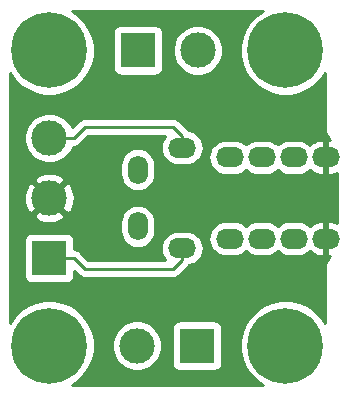
<source format=gtl>
G04 #@! TF.GenerationSoftware,KiCad,Pcbnew,(5.1.8)-1*
G04 #@! TF.CreationDate,2020-12-25T11:22:17+09:00*
G04 #@! TF.ProjectId,bf-023,62662d30-3233-42e6-9b69-6361645f7063,V02L01*
G04 #@! TF.SameCoordinates,Original*
G04 #@! TF.FileFunction,Copper,L1,Top*
G04 #@! TF.FilePolarity,Positive*
%FSLAX46Y46*%
G04 Gerber Fmt 4.6, Leading zero omitted, Abs format (unit mm)*
G04 Created by KiCad (PCBNEW (5.1.8)-1) date 2020-12-25 11:22:17*
%MOMM*%
%LPD*%
G01*
G04 APERTURE LIST*
G04 #@! TA.AperFunction,ComponentPad*
%ADD10C,3.000000*%
G04 #@! TD*
G04 #@! TA.AperFunction,ComponentPad*
%ADD11R,3.000000X3.000000*%
G04 #@! TD*
G04 #@! TA.AperFunction,ComponentPad*
%ADD12O,1.700000X2.400000*%
G04 #@! TD*
G04 #@! TA.AperFunction,ComponentPad*
%ADD13O,2.350000X1.700000*%
G04 #@! TD*
G04 #@! TA.AperFunction,ComponentPad*
%ADD14C,6.400000*%
G04 #@! TD*
G04 #@! TA.AperFunction,ViaPad*
%ADD15C,0.800000*%
G04 #@! TD*
G04 #@! TA.AperFunction,Conductor*
%ADD16C,0.250000*%
G04 #@! TD*
G04 #@! TA.AperFunction,Conductor*
%ADD17C,0.254000*%
G04 #@! TD*
G04 #@! TA.AperFunction,Conductor*
%ADD18C,0.100000*%
G04 #@! TD*
G04 APERTURE END LIST*
D10*
X139420000Y-124000000D03*
D11*
X144500000Y-124000000D03*
D12*
X139500000Y-109100000D03*
X139500000Y-113900000D03*
D13*
X143250000Y-107250000D03*
X143250000Y-115750000D03*
X150000000Y-108050000D03*
X150000000Y-114950000D03*
X147300000Y-114950000D03*
X147300000Y-108050000D03*
X152700000Y-108050000D03*
X152700000Y-114950000D03*
X155400000Y-114950000D03*
X155400000Y-108050000D03*
D10*
X144580000Y-99000000D03*
D11*
X139500000Y-99000000D03*
D10*
X132000000Y-106420000D03*
X132000000Y-111500000D03*
D11*
X132000000Y-116580000D03*
D14*
X132000000Y-99000000D03*
X152000000Y-99000000D03*
X132000000Y-124000000D03*
X152000000Y-124000000D03*
D15*
X137000000Y-96500000D03*
X147000000Y-96500000D03*
X137000000Y-103500000D03*
X130000000Y-103500000D03*
X154000000Y-103500000D03*
X137000000Y-111500000D03*
X143500000Y-111500000D03*
X154000000Y-119500000D03*
X149500000Y-119500000D03*
X137000000Y-119500000D03*
X130000000Y-119500000D03*
X137000000Y-126500000D03*
X147000000Y-126500000D03*
X142000000Y-126500000D03*
X142000000Y-96500000D03*
X143500000Y-119500000D03*
X143500000Y-104500000D03*
D16*
X143250000Y-116750000D02*
X142500000Y-117500000D01*
X143250000Y-115750000D02*
X143250000Y-116750000D01*
X132000000Y-116580000D02*
X134080000Y-116580000D01*
X134080000Y-116580000D02*
X135000000Y-117500000D01*
X142500000Y-117500000D02*
X135000000Y-117500000D01*
X143250000Y-106250000D02*
X142500000Y-105500000D01*
X143250000Y-107250000D02*
X143250000Y-106250000D01*
X134080000Y-106420000D02*
X135000000Y-105500000D01*
X132000000Y-106420000D02*
X134080000Y-106420000D01*
X142500000Y-105500000D02*
X135000000Y-105500000D01*
D17*
X149555330Y-96021161D02*
X149021161Y-96555330D01*
X148601467Y-97183446D01*
X148312377Y-97881372D01*
X148165000Y-98622285D01*
X148165000Y-99377715D01*
X148312377Y-100118628D01*
X148601467Y-100816554D01*
X149021161Y-101444670D01*
X149555330Y-101978839D01*
X150183446Y-102398533D01*
X150881372Y-102687623D01*
X151622285Y-102835000D01*
X152377715Y-102835000D01*
X153118628Y-102687623D01*
X153816554Y-102398533D01*
X154444670Y-101978839D01*
X154978839Y-101444670D01*
X155340000Y-100904154D01*
X155340001Y-105532419D01*
X155342783Y-105560664D01*
X155342740Y-105566801D01*
X155343640Y-105575972D01*
X155364041Y-105770069D01*
X155376068Y-105828658D01*
X155387277Y-105887423D01*
X155389941Y-105896245D01*
X155447653Y-106082683D01*
X155470838Y-106137838D01*
X155493242Y-106193291D01*
X155497568Y-106201427D01*
X155590393Y-106373104D01*
X155623846Y-106422699D01*
X155656600Y-106472753D01*
X155662424Y-106479894D01*
X155732830Y-106565000D01*
X155527000Y-106565000D01*
X155527000Y-107923000D01*
X155547000Y-107923000D01*
X155547000Y-108177000D01*
X155527000Y-108177000D01*
X155527000Y-109535000D01*
X155852000Y-109535000D01*
X156139269Y-109481690D01*
X156340000Y-109401553D01*
X156340001Y-113598447D01*
X156139269Y-113518310D01*
X155852000Y-113465000D01*
X155527000Y-113465000D01*
X155527000Y-114823000D01*
X155547000Y-114823000D01*
X155547000Y-115077000D01*
X155527000Y-115077000D01*
X155527000Y-116435000D01*
X155732663Y-116435000D01*
X155655616Y-116529469D01*
X155622534Y-116579262D01*
X155588716Y-116628651D01*
X155584333Y-116636757D01*
X155492708Y-116809079D01*
X155469909Y-116864394D01*
X155446348Y-116919366D01*
X155443623Y-116928169D01*
X155387214Y-117115005D01*
X155375594Y-117173693D01*
X155363158Y-117232196D01*
X155362195Y-117241361D01*
X155343150Y-117435595D01*
X155343150Y-117435608D01*
X155340001Y-117467581D01*
X155340000Y-122095846D01*
X154978839Y-121555330D01*
X154444670Y-121021161D01*
X153816554Y-120601467D01*
X153118628Y-120312377D01*
X152377715Y-120165000D01*
X151622285Y-120165000D01*
X150881372Y-120312377D01*
X150183446Y-120601467D01*
X149555330Y-121021161D01*
X149021161Y-121555330D01*
X148601467Y-122183446D01*
X148312377Y-122881372D01*
X148165000Y-123622285D01*
X148165000Y-124377715D01*
X148312377Y-125118628D01*
X148601467Y-125816554D01*
X149021161Y-126444670D01*
X149555330Y-126978839D01*
X150095845Y-127340000D01*
X133904155Y-127340000D01*
X134444670Y-126978839D01*
X134978839Y-126444670D01*
X135398533Y-125816554D01*
X135687623Y-125118628D01*
X135835000Y-124377715D01*
X135835000Y-123789721D01*
X137285000Y-123789721D01*
X137285000Y-124210279D01*
X137367047Y-124622756D01*
X137527988Y-125011302D01*
X137761637Y-125360983D01*
X138059017Y-125658363D01*
X138408698Y-125892012D01*
X138797244Y-126052953D01*
X139209721Y-126135000D01*
X139630279Y-126135000D01*
X140042756Y-126052953D01*
X140431302Y-125892012D01*
X140780983Y-125658363D01*
X141078363Y-125360983D01*
X141312012Y-125011302D01*
X141472953Y-124622756D01*
X141555000Y-124210279D01*
X141555000Y-123789721D01*
X141472953Y-123377244D01*
X141312012Y-122988698D01*
X141078363Y-122639017D01*
X140939346Y-122500000D01*
X142361928Y-122500000D01*
X142361928Y-125500000D01*
X142374188Y-125624482D01*
X142410498Y-125744180D01*
X142469463Y-125854494D01*
X142548815Y-125951185D01*
X142645506Y-126030537D01*
X142755820Y-126089502D01*
X142875518Y-126125812D01*
X143000000Y-126138072D01*
X146000000Y-126138072D01*
X146124482Y-126125812D01*
X146244180Y-126089502D01*
X146354494Y-126030537D01*
X146451185Y-125951185D01*
X146530537Y-125854494D01*
X146589502Y-125744180D01*
X146625812Y-125624482D01*
X146638072Y-125500000D01*
X146638072Y-122500000D01*
X146625812Y-122375518D01*
X146589502Y-122255820D01*
X146530537Y-122145506D01*
X146451185Y-122048815D01*
X146354494Y-121969463D01*
X146244180Y-121910498D01*
X146124482Y-121874188D01*
X146000000Y-121861928D01*
X143000000Y-121861928D01*
X142875518Y-121874188D01*
X142755820Y-121910498D01*
X142645506Y-121969463D01*
X142548815Y-122048815D01*
X142469463Y-122145506D01*
X142410498Y-122255820D01*
X142374188Y-122375518D01*
X142361928Y-122500000D01*
X140939346Y-122500000D01*
X140780983Y-122341637D01*
X140431302Y-122107988D01*
X140042756Y-121947047D01*
X139630279Y-121865000D01*
X139209721Y-121865000D01*
X138797244Y-121947047D01*
X138408698Y-122107988D01*
X138059017Y-122341637D01*
X137761637Y-122639017D01*
X137527988Y-122988698D01*
X137367047Y-123377244D01*
X137285000Y-123789721D01*
X135835000Y-123789721D01*
X135835000Y-123622285D01*
X135687623Y-122881372D01*
X135398533Y-122183446D01*
X134978839Y-121555330D01*
X134444670Y-121021161D01*
X133816554Y-120601467D01*
X133118628Y-120312377D01*
X132377715Y-120165000D01*
X131622285Y-120165000D01*
X130881372Y-120312377D01*
X130183446Y-120601467D01*
X129555330Y-121021161D01*
X129021161Y-121555330D01*
X128660000Y-122095845D01*
X128660000Y-115080000D01*
X129861928Y-115080000D01*
X129861928Y-118080000D01*
X129874188Y-118204482D01*
X129910498Y-118324180D01*
X129969463Y-118434494D01*
X130048815Y-118531185D01*
X130145506Y-118610537D01*
X130255820Y-118669502D01*
X130375518Y-118705812D01*
X130500000Y-118718072D01*
X133500000Y-118718072D01*
X133624482Y-118705812D01*
X133744180Y-118669502D01*
X133854494Y-118610537D01*
X133951185Y-118531185D01*
X134030537Y-118434494D01*
X134089502Y-118324180D01*
X134125812Y-118204482D01*
X134138072Y-118080000D01*
X134138072Y-117712874D01*
X134436205Y-118011008D01*
X134459999Y-118040001D01*
X134488992Y-118063795D01*
X134488996Y-118063799D01*
X134514701Y-118084894D01*
X134575724Y-118134974D01*
X134707753Y-118205546D01*
X134851014Y-118249003D01*
X134962667Y-118260000D01*
X134962676Y-118260000D01*
X134999999Y-118263676D01*
X135037322Y-118260000D01*
X142462678Y-118260000D01*
X142500000Y-118263676D01*
X142537322Y-118260000D01*
X142537333Y-118260000D01*
X142648986Y-118249003D01*
X142792247Y-118205546D01*
X142924276Y-118134974D01*
X143040001Y-118040001D01*
X143063803Y-118010998D01*
X143761002Y-117313799D01*
X143790001Y-117290001D01*
X143851600Y-117214942D01*
X143866111Y-117213513D01*
X144146034Y-117128599D01*
X144404014Y-116990706D01*
X144630134Y-116805134D01*
X144815706Y-116579014D01*
X144953599Y-116321034D01*
X145038513Y-116041111D01*
X145067185Y-115750000D01*
X145038513Y-115458889D01*
X144953599Y-115178966D01*
X144831215Y-114950000D01*
X145482815Y-114950000D01*
X145511487Y-115241111D01*
X145596401Y-115521034D01*
X145734294Y-115779014D01*
X145919866Y-116005134D01*
X146145986Y-116190706D01*
X146403966Y-116328599D01*
X146683889Y-116413513D01*
X146902050Y-116435000D01*
X147697950Y-116435000D01*
X147916111Y-116413513D01*
X148196034Y-116328599D01*
X148454014Y-116190706D01*
X148650000Y-116029864D01*
X148845986Y-116190706D01*
X149103966Y-116328599D01*
X149383889Y-116413513D01*
X149602050Y-116435000D01*
X150397950Y-116435000D01*
X150616111Y-116413513D01*
X150896034Y-116328599D01*
X151154014Y-116190706D01*
X151350000Y-116029864D01*
X151545986Y-116190706D01*
X151803966Y-116328599D01*
X152083889Y-116413513D01*
X152302050Y-116435000D01*
X153097950Y-116435000D01*
X153316111Y-116413513D01*
X153596034Y-116328599D01*
X153854014Y-116190706D01*
X154054274Y-116026357D01*
X154144381Y-116114176D01*
X154389382Y-116273361D01*
X154660731Y-116381690D01*
X154948000Y-116435000D01*
X155273000Y-116435000D01*
X155273000Y-115077000D01*
X155253000Y-115077000D01*
X155253000Y-114823000D01*
X155273000Y-114823000D01*
X155273000Y-113465000D01*
X154948000Y-113465000D01*
X154660731Y-113518310D01*
X154389382Y-113626639D01*
X154144381Y-113785824D01*
X154054274Y-113873643D01*
X153854014Y-113709294D01*
X153596034Y-113571401D01*
X153316111Y-113486487D01*
X153097950Y-113465000D01*
X152302050Y-113465000D01*
X152083889Y-113486487D01*
X151803966Y-113571401D01*
X151545986Y-113709294D01*
X151350000Y-113870136D01*
X151154014Y-113709294D01*
X150896034Y-113571401D01*
X150616111Y-113486487D01*
X150397950Y-113465000D01*
X149602050Y-113465000D01*
X149383889Y-113486487D01*
X149103966Y-113571401D01*
X148845986Y-113709294D01*
X148650000Y-113870136D01*
X148454014Y-113709294D01*
X148196034Y-113571401D01*
X147916111Y-113486487D01*
X147697950Y-113465000D01*
X146902050Y-113465000D01*
X146683889Y-113486487D01*
X146403966Y-113571401D01*
X146145986Y-113709294D01*
X145919866Y-113894866D01*
X145734294Y-114120986D01*
X145596401Y-114378966D01*
X145511487Y-114658889D01*
X145482815Y-114950000D01*
X144831215Y-114950000D01*
X144815706Y-114920986D01*
X144630134Y-114694866D01*
X144404014Y-114509294D01*
X144146034Y-114371401D01*
X143866111Y-114286487D01*
X143647950Y-114265000D01*
X142852050Y-114265000D01*
X142633889Y-114286487D01*
X142353966Y-114371401D01*
X142095986Y-114509294D01*
X141869866Y-114694866D01*
X141684294Y-114920986D01*
X141546401Y-115178966D01*
X141461487Y-115458889D01*
X141432815Y-115750000D01*
X141461487Y-116041111D01*
X141546401Y-116321034D01*
X141684294Y-116579014D01*
X141816412Y-116740000D01*
X135314802Y-116740000D01*
X134643803Y-116069002D01*
X134620001Y-116039999D01*
X134504276Y-115945026D01*
X134372247Y-115874454D01*
X134228986Y-115830997D01*
X134138072Y-115822043D01*
X134138072Y-115080000D01*
X134125812Y-114955518D01*
X134089502Y-114835820D01*
X134030537Y-114725506D01*
X133951185Y-114628815D01*
X133854494Y-114549463D01*
X133744180Y-114490498D01*
X133624482Y-114454188D01*
X133500000Y-114441928D01*
X130500000Y-114441928D01*
X130375518Y-114454188D01*
X130255820Y-114490498D01*
X130145506Y-114549463D01*
X130048815Y-114628815D01*
X129969463Y-114725506D01*
X129910498Y-114835820D01*
X129874188Y-114955518D01*
X129861928Y-115080000D01*
X128660000Y-115080000D01*
X128660000Y-112991653D01*
X130687952Y-112991653D01*
X130843962Y-113307214D01*
X131218745Y-113498020D01*
X131623551Y-113612044D01*
X132042824Y-113644902D01*
X132460451Y-113595334D01*
X132824082Y-113477051D01*
X138015000Y-113477051D01*
X138015000Y-114322950D01*
X138036487Y-114541111D01*
X138121401Y-114821034D01*
X138259294Y-115079014D01*
X138444866Y-115305134D01*
X138670987Y-115490706D01*
X138928967Y-115628599D01*
X139208890Y-115713513D01*
X139500000Y-115742185D01*
X139791111Y-115713513D01*
X140071034Y-115628599D01*
X140329014Y-115490706D01*
X140555134Y-115305134D01*
X140740706Y-115079014D01*
X140878599Y-114821034D01*
X140963513Y-114541110D01*
X140985000Y-114322949D01*
X140985000Y-113477050D01*
X140963513Y-113258889D01*
X140878599Y-112978966D01*
X140740706Y-112720986D01*
X140555134Y-112494866D01*
X140329013Y-112309294D01*
X140071033Y-112171401D01*
X139791110Y-112086487D01*
X139500000Y-112057815D01*
X139208889Y-112086487D01*
X138928966Y-112171401D01*
X138670986Y-112309294D01*
X138444866Y-112494866D01*
X138259294Y-112720987D01*
X138121401Y-112978967D01*
X138036487Y-113258890D01*
X138015000Y-113477051D01*
X132824082Y-113477051D01*
X132860383Y-113465243D01*
X133156038Y-113307214D01*
X133312048Y-112991653D01*
X132000000Y-111679605D01*
X130687952Y-112991653D01*
X128660000Y-112991653D01*
X128660000Y-111542824D01*
X129855098Y-111542824D01*
X129904666Y-111960451D01*
X130034757Y-112360383D01*
X130192786Y-112656038D01*
X130508347Y-112812048D01*
X131820395Y-111500000D01*
X132179605Y-111500000D01*
X133491653Y-112812048D01*
X133807214Y-112656038D01*
X133998020Y-112281255D01*
X134112044Y-111876449D01*
X134144902Y-111457176D01*
X134095334Y-111039549D01*
X133965243Y-110639617D01*
X133807214Y-110343962D01*
X133491653Y-110187952D01*
X132179605Y-111500000D01*
X131820395Y-111500000D01*
X130508347Y-110187952D01*
X130192786Y-110343962D01*
X130001980Y-110718745D01*
X129887956Y-111123551D01*
X129855098Y-111542824D01*
X128660000Y-111542824D01*
X128660000Y-110008347D01*
X130687952Y-110008347D01*
X132000000Y-111320395D01*
X133312048Y-110008347D01*
X133156038Y-109692786D01*
X132781255Y-109501980D01*
X132376449Y-109387956D01*
X131957176Y-109355098D01*
X131539549Y-109404666D01*
X131139617Y-109534757D01*
X130843962Y-109692786D01*
X130687952Y-110008347D01*
X128660000Y-110008347D01*
X128660000Y-108677051D01*
X138015000Y-108677051D01*
X138015000Y-109522950D01*
X138036487Y-109741111D01*
X138121401Y-110021034D01*
X138259294Y-110279014D01*
X138444866Y-110505134D01*
X138670987Y-110690706D01*
X138928967Y-110828599D01*
X139208890Y-110913513D01*
X139500000Y-110942185D01*
X139791111Y-110913513D01*
X140071034Y-110828599D01*
X140329014Y-110690706D01*
X140555134Y-110505134D01*
X140740706Y-110279014D01*
X140878599Y-110021034D01*
X140963513Y-109741110D01*
X140985000Y-109522949D01*
X140985000Y-108677050D01*
X140963513Y-108458889D01*
X140878599Y-108178966D01*
X140740706Y-107920986D01*
X140555134Y-107694866D01*
X140329013Y-107509294D01*
X140071033Y-107371401D01*
X139791110Y-107286487D01*
X139500000Y-107257815D01*
X139208889Y-107286487D01*
X138928966Y-107371401D01*
X138670986Y-107509294D01*
X138444866Y-107694866D01*
X138259294Y-107920987D01*
X138121401Y-108178967D01*
X138036487Y-108458890D01*
X138015000Y-108677051D01*
X128660000Y-108677051D01*
X128660000Y-106209721D01*
X129865000Y-106209721D01*
X129865000Y-106630279D01*
X129947047Y-107042756D01*
X130107988Y-107431302D01*
X130341637Y-107780983D01*
X130639017Y-108078363D01*
X130988698Y-108312012D01*
X131377244Y-108472953D01*
X131789721Y-108555000D01*
X132210279Y-108555000D01*
X132622756Y-108472953D01*
X133011302Y-108312012D01*
X133360983Y-108078363D01*
X133658363Y-107780983D01*
X133892012Y-107431302D01*
X133996105Y-107180000D01*
X134042678Y-107180000D01*
X134080000Y-107183676D01*
X134117322Y-107180000D01*
X134117333Y-107180000D01*
X134228986Y-107169003D01*
X134372247Y-107125546D01*
X134504276Y-107054974D01*
X134620001Y-106960001D01*
X134643803Y-106930998D01*
X135314802Y-106260000D01*
X141816412Y-106260000D01*
X141684294Y-106420986D01*
X141546401Y-106678966D01*
X141461487Y-106958889D01*
X141432815Y-107250000D01*
X141461487Y-107541111D01*
X141546401Y-107821034D01*
X141684294Y-108079014D01*
X141869866Y-108305134D01*
X142095986Y-108490706D01*
X142353966Y-108628599D01*
X142633889Y-108713513D01*
X142852050Y-108735000D01*
X143647950Y-108735000D01*
X143866111Y-108713513D01*
X144146034Y-108628599D01*
X144404014Y-108490706D01*
X144630134Y-108305134D01*
X144815706Y-108079014D01*
X144831214Y-108050000D01*
X145482815Y-108050000D01*
X145511487Y-108341111D01*
X145596401Y-108621034D01*
X145734294Y-108879014D01*
X145919866Y-109105134D01*
X146145986Y-109290706D01*
X146403966Y-109428599D01*
X146683889Y-109513513D01*
X146902050Y-109535000D01*
X147697950Y-109535000D01*
X147916111Y-109513513D01*
X148196034Y-109428599D01*
X148454014Y-109290706D01*
X148650000Y-109129864D01*
X148845986Y-109290706D01*
X149103966Y-109428599D01*
X149383889Y-109513513D01*
X149602050Y-109535000D01*
X150397950Y-109535000D01*
X150616111Y-109513513D01*
X150896034Y-109428599D01*
X151154014Y-109290706D01*
X151350000Y-109129864D01*
X151545986Y-109290706D01*
X151803966Y-109428599D01*
X152083889Y-109513513D01*
X152302050Y-109535000D01*
X153097950Y-109535000D01*
X153316111Y-109513513D01*
X153596034Y-109428599D01*
X153854014Y-109290706D01*
X154054274Y-109126357D01*
X154144381Y-109214176D01*
X154389382Y-109373361D01*
X154660731Y-109481690D01*
X154948000Y-109535000D01*
X155273000Y-109535000D01*
X155273000Y-108177000D01*
X155253000Y-108177000D01*
X155253000Y-107923000D01*
X155273000Y-107923000D01*
X155273000Y-106565000D01*
X154948000Y-106565000D01*
X154660731Y-106618310D01*
X154389382Y-106726639D01*
X154144381Y-106885824D01*
X154054274Y-106973643D01*
X153854014Y-106809294D01*
X153596034Y-106671401D01*
X153316111Y-106586487D01*
X153097950Y-106565000D01*
X152302050Y-106565000D01*
X152083889Y-106586487D01*
X151803966Y-106671401D01*
X151545986Y-106809294D01*
X151350000Y-106970136D01*
X151154014Y-106809294D01*
X150896034Y-106671401D01*
X150616111Y-106586487D01*
X150397950Y-106565000D01*
X149602050Y-106565000D01*
X149383889Y-106586487D01*
X149103966Y-106671401D01*
X148845986Y-106809294D01*
X148650000Y-106970136D01*
X148454014Y-106809294D01*
X148196034Y-106671401D01*
X147916111Y-106586487D01*
X147697950Y-106565000D01*
X146902050Y-106565000D01*
X146683889Y-106586487D01*
X146403966Y-106671401D01*
X146145986Y-106809294D01*
X145919866Y-106994866D01*
X145734294Y-107220986D01*
X145596401Y-107478966D01*
X145511487Y-107758889D01*
X145482815Y-108050000D01*
X144831214Y-108050000D01*
X144953599Y-107821034D01*
X145038513Y-107541111D01*
X145067185Y-107250000D01*
X145038513Y-106958889D01*
X144953599Y-106678966D01*
X144815706Y-106420986D01*
X144630134Y-106194866D01*
X144404014Y-106009294D01*
X144146034Y-105871401D01*
X143866111Y-105786487D01*
X143851600Y-105785058D01*
X143790001Y-105709999D01*
X143761002Y-105686201D01*
X143063803Y-104989002D01*
X143040001Y-104959999D01*
X142924276Y-104865026D01*
X142792247Y-104794454D01*
X142648986Y-104750997D01*
X142537333Y-104740000D01*
X142537322Y-104740000D01*
X142500000Y-104736324D01*
X142462678Y-104740000D01*
X135037322Y-104740000D01*
X134999999Y-104736324D01*
X134962676Y-104740000D01*
X134962667Y-104740000D01*
X134851014Y-104750997D01*
X134707753Y-104794454D01*
X134575724Y-104865026D01*
X134575722Y-104865027D01*
X134575723Y-104865027D01*
X134488996Y-104936201D01*
X134488992Y-104936205D01*
X134459999Y-104959999D01*
X134436205Y-104988992D01*
X133928474Y-105496724D01*
X133892012Y-105408698D01*
X133658363Y-105059017D01*
X133360983Y-104761637D01*
X133011302Y-104527988D01*
X132622756Y-104367047D01*
X132210279Y-104285000D01*
X131789721Y-104285000D01*
X131377244Y-104367047D01*
X130988698Y-104527988D01*
X130639017Y-104761637D01*
X130341637Y-105059017D01*
X130107988Y-105408698D01*
X129947047Y-105797244D01*
X129865000Y-106209721D01*
X128660000Y-106209721D01*
X128660000Y-100904155D01*
X129021161Y-101444670D01*
X129555330Y-101978839D01*
X130183446Y-102398533D01*
X130881372Y-102687623D01*
X131622285Y-102835000D01*
X132377715Y-102835000D01*
X133118628Y-102687623D01*
X133816554Y-102398533D01*
X134444670Y-101978839D01*
X134978839Y-101444670D01*
X135398533Y-100816554D01*
X135687623Y-100118628D01*
X135835000Y-99377715D01*
X135835000Y-98622285D01*
X135687623Y-97881372D01*
X135529654Y-97500000D01*
X137361928Y-97500000D01*
X137361928Y-100500000D01*
X137374188Y-100624482D01*
X137410498Y-100744180D01*
X137469463Y-100854494D01*
X137548815Y-100951185D01*
X137645506Y-101030537D01*
X137755820Y-101089502D01*
X137875518Y-101125812D01*
X138000000Y-101138072D01*
X141000000Y-101138072D01*
X141124482Y-101125812D01*
X141244180Y-101089502D01*
X141354494Y-101030537D01*
X141451185Y-100951185D01*
X141530537Y-100854494D01*
X141589502Y-100744180D01*
X141625812Y-100624482D01*
X141638072Y-100500000D01*
X141638072Y-98789721D01*
X142445000Y-98789721D01*
X142445000Y-99210279D01*
X142527047Y-99622756D01*
X142687988Y-100011302D01*
X142921637Y-100360983D01*
X143219017Y-100658363D01*
X143568698Y-100892012D01*
X143957244Y-101052953D01*
X144369721Y-101135000D01*
X144790279Y-101135000D01*
X145202756Y-101052953D01*
X145591302Y-100892012D01*
X145940983Y-100658363D01*
X146238363Y-100360983D01*
X146472012Y-100011302D01*
X146632953Y-99622756D01*
X146715000Y-99210279D01*
X146715000Y-98789721D01*
X146632953Y-98377244D01*
X146472012Y-97988698D01*
X146238363Y-97639017D01*
X145940983Y-97341637D01*
X145591302Y-97107988D01*
X145202756Y-96947047D01*
X144790279Y-96865000D01*
X144369721Y-96865000D01*
X143957244Y-96947047D01*
X143568698Y-97107988D01*
X143219017Y-97341637D01*
X142921637Y-97639017D01*
X142687988Y-97988698D01*
X142527047Y-98377244D01*
X142445000Y-98789721D01*
X141638072Y-98789721D01*
X141638072Y-97500000D01*
X141625812Y-97375518D01*
X141589502Y-97255820D01*
X141530537Y-97145506D01*
X141451185Y-97048815D01*
X141354494Y-96969463D01*
X141244180Y-96910498D01*
X141124482Y-96874188D01*
X141000000Y-96861928D01*
X138000000Y-96861928D01*
X137875518Y-96874188D01*
X137755820Y-96910498D01*
X137645506Y-96969463D01*
X137548815Y-97048815D01*
X137469463Y-97145506D01*
X137410498Y-97255820D01*
X137374188Y-97375518D01*
X137361928Y-97500000D01*
X135529654Y-97500000D01*
X135398533Y-97183446D01*
X134978839Y-96555330D01*
X134444670Y-96021161D01*
X133904155Y-95660000D01*
X150095845Y-95660000D01*
X149555330Y-96021161D01*
G04 #@! TA.AperFunction,Conductor*
D18*
G36*
X149555330Y-96021161D02*
G01*
X149021161Y-96555330D01*
X148601467Y-97183446D01*
X148312377Y-97881372D01*
X148165000Y-98622285D01*
X148165000Y-99377715D01*
X148312377Y-100118628D01*
X148601467Y-100816554D01*
X149021161Y-101444670D01*
X149555330Y-101978839D01*
X150183446Y-102398533D01*
X150881372Y-102687623D01*
X151622285Y-102835000D01*
X152377715Y-102835000D01*
X153118628Y-102687623D01*
X153816554Y-102398533D01*
X154444670Y-101978839D01*
X154978839Y-101444670D01*
X155340000Y-100904154D01*
X155340001Y-105532419D01*
X155342783Y-105560664D01*
X155342740Y-105566801D01*
X155343640Y-105575972D01*
X155364041Y-105770069D01*
X155376068Y-105828658D01*
X155387277Y-105887423D01*
X155389941Y-105896245D01*
X155447653Y-106082683D01*
X155470838Y-106137838D01*
X155493242Y-106193291D01*
X155497568Y-106201427D01*
X155590393Y-106373104D01*
X155623846Y-106422699D01*
X155656600Y-106472753D01*
X155662424Y-106479894D01*
X155732830Y-106565000D01*
X155527000Y-106565000D01*
X155527000Y-107923000D01*
X155547000Y-107923000D01*
X155547000Y-108177000D01*
X155527000Y-108177000D01*
X155527000Y-109535000D01*
X155852000Y-109535000D01*
X156139269Y-109481690D01*
X156340000Y-109401553D01*
X156340001Y-113598447D01*
X156139269Y-113518310D01*
X155852000Y-113465000D01*
X155527000Y-113465000D01*
X155527000Y-114823000D01*
X155547000Y-114823000D01*
X155547000Y-115077000D01*
X155527000Y-115077000D01*
X155527000Y-116435000D01*
X155732663Y-116435000D01*
X155655616Y-116529469D01*
X155622534Y-116579262D01*
X155588716Y-116628651D01*
X155584333Y-116636757D01*
X155492708Y-116809079D01*
X155469909Y-116864394D01*
X155446348Y-116919366D01*
X155443623Y-116928169D01*
X155387214Y-117115005D01*
X155375594Y-117173693D01*
X155363158Y-117232196D01*
X155362195Y-117241361D01*
X155343150Y-117435595D01*
X155343150Y-117435608D01*
X155340001Y-117467581D01*
X155340000Y-122095846D01*
X154978839Y-121555330D01*
X154444670Y-121021161D01*
X153816554Y-120601467D01*
X153118628Y-120312377D01*
X152377715Y-120165000D01*
X151622285Y-120165000D01*
X150881372Y-120312377D01*
X150183446Y-120601467D01*
X149555330Y-121021161D01*
X149021161Y-121555330D01*
X148601467Y-122183446D01*
X148312377Y-122881372D01*
X148165000Y-123622285D01*
X148165000Y-124377715D01*
X148312377Y-125118628D01*
X148601467Y-125816554D01*
X149021161Y-126444670D01*
X149555330Y-126978839D01*
X150095845Y-127340000D01*
X133904155Y-127340000D01*
X134444670Y-126978839D01*
X134978839Y-126444670D01*
X135398533Y-125816554D01*
X135687623Y-125118628D01*
X135835000Y-124377715D01*
X135835000Y-123789721D01*
X137285000Y-123789721D01*
X137285000Y-124210279D01*
X137367047Y-124622756D01*
X137527988Y-125011302D01*
X137761637Y-125360983D01*
X138059017Y-125658363D01*
X138408698Y-125892012D01*
X138797244Y-126052953D01*
X139209721Y-126135000D01*
X139630279Y-126135000D01*
X140042756Y-126052953D01*
X140431302Y-125892012D01*
X140780983Y-125658363D01*
X141078363Y-125360983D01*
X141312012Y-125011302D01*
X141472953Y-124622756D01*
X141555000Y-124210279D01*
X141555000Y-123789721D01*
X141472953Y-123377244D01*
X141312012Y-122988698D01*
X141078363Y-122639017D01*
X140939346Y-122500000D01*
X142361928Y-122500000D01*
X142361928Y-125500000D01*
X142374188Y-125624482D01*
X142410498Y-125744180D01*
X142469463Y-125854494D01*
X142548815Y-125951185D01*
X142645506Y-126030537D01*
X142755820Y-126089502D01*
X142875518Y-126125812D01*
X143000000Y-126138072D01*
X146000000Y-126138072D01*
X146124482Y-126125812D01*
X146244180Y-126089502D01*
X146354494Y-126030537D01*
X146451185Y-125951185D01*
X146530537Y-125854494D01*
X146589502Y-125744180D01*
X146625812Y-125624482D01*
X146638072Y-125500000D01*
X146638072Y-122500000D01*
X146625812Y-122375518D01*
X146589502Y-122255820D01*
X146530537Y-122145506D01*
X146451185Y-122048815D01*
X146354494Y-121969463D01*
X146244180Y-121910498D01*
X146124482Y-121874188D01*
X146000000Y-121861928D01*
X143000000Y-121861928D01*
X142875518Y-121874188D01*
X142755820Y-121910498D01*
X142645506Y-121969463D01*
X142548815Y-122048815D01*
X142469463Y-122145506D01*
X142410498Y-122255820D01*
X142374188Y-122375518D01*
X142361928Y-122500000D01*
X140939346Y-122500000D01*
X140780983Y-122341637D01*
X140431302Y-122107988D01*
X140042756Y-121947047D01*
X139630279Y-121865000D01*
X139209721Y-121865000D01*
X138797244Y-121947047D01*
X138408698Y-122107988D01*
X138059017Y-122341637D01*
X137761637Y-122639017D01*
X137527988Y-122988698D01*
X137367047Y-123377244D01*
X137285000Y-123789721D01*
X135835000Y-123789721D01*
X135835000Y-123622285D01*
X135687623Y-122881372D01*
X135398533Y-122183446D01*
X134978839Y-121555330D01*
X134444670Y-121021161D01*
X133816554Y-120601467D01*
X133118628Y-120312377D01*
X132377715Y-120165000D01*
X131622285Y-120165000D01*
X130881372Y-120312377D01*
X130183446Y-120601467D01*
X129555330Y-121021161D01*
X129021161Y-121555330D01*
X128660000Y-122095845D01*
X128660000Y-115080000D01*
X129861928Y-115080000D01*
X129861928Y-118080000D01*
X129874188Y-118204482D01*
X129910498Y-118324180D01*
X129969463Y-118434494D01*
X130048815Y-118531185D01*
X130145506Y-118610537D01*
X130255820Y-118669502D01*
X130375518Y-118705812D01*
X130500000Y-118718072D01*
X133500000Y-118718072D01*
X133624482Y-118705812D01*
X133744180Y-118669502D01*
X133854494Y-118610537D01*
X133951185Y-118531185D01*
X134030537Y-118434494D01*
X134089502Y-118324180D01*
X134125812Y-118204482D01*
X134138072Y-118080000D01*
X134138072Y-117712874D01*
X134436205Y-118011008D01*
X134459999Y-118040001D01*
X134488992Y-118063795D01*
X134488996Y-118063799D01*
X134514701Y-118084894D01*
X134575724Y-118134974D01*
X134707753Y-118205546D01*
X134851014Y-118249003D01*
X134962667Y-118260000D01*
X134962676Y-118260000D01*
X134999999Y-118263676D01*
X135037322Y-118260000D01*
X142462678Y-118260000D01*
X142500000Y-118263676D01*
X142537322Y-118260000D01*
X142537333Y-118260000D01*
X142648986Y-118249003D01*
X142792247Y-118205546D01*
X142924276Y-118134974D01*
X143040001Y-118040001D01*
X143063803Y-118010998D01*
X143761002Y-117313799D01*
X143790001Y-117290001D01*
X143851600Y-117214942D01*
X143866111Y-117213513D01*
X144146034Y-117128599D01*
X144404014Y-116990706D01*
X144630134Y-116805134D01*
X144815706Y-116579014D01*
X144953599Y-116321034D01*
X145038513Y-116041111D01*
X145067185Y-115750000D01*
X145038513Y-115458889D01*
X144953599Y-115178966D01*
X144831215Y-114950000D01*
X145482815Y-114950000D01*
X145511487Y-115241111D01*
X145596401Y-115521034D01*
X145734294Y-115779014D01*
X145919866Y-116005134D01*
X146145986Y-116190706D01*
X146403966Y-116328599D01*
X146683889Y-116413513D01*
X146902050Y-116435000D01*
X147697950Y-116435000D01*
X147916111Y-116413513D01*
X148196034Y-116328599D01*
X148454014Y-116190706D01*
X148650000Y-116029864D01*
X148845986Y-116190706D01*
X149103966Y-116328599D01*
X149383889Y-116413513D01*
X149602050Y-116435000D01*
X150397950Y-116435000D01*
X150616111Y-116413513D01*
X150896034Y-116328599D01*
X151154014Y-116190706D01*
X151350000Y-116029864D01*
X151545986Y-116190706D01*
X151803966Y-116328599D01*
X152083889Y-116413513D01*
X152302050Y-116435000D01*
X153097950Y-116435000D01*
X153316111Y-116413513D01*
X153596034Y-116328599D01*
X153854014Y-116190706D01*
X154054274Y-116026357D01*
X154144381Y-116114176D01*
X154389382Y-116273361D01*
X154660731Y-116381690D01*
X154948000Y-116435000D01*
X155273000Y-116435000D01*
X155273000Y-115077000D01*
X155253000Y-115077000D01*
X155253000Y-114823000D01*
X155273000Y-114823000D01*
X155273000Y-113465000D01*
X154948000Y-113465000D01*
X154660731Y-113518310D01*
X154389382Y-113626639D01*
X154144381Y-113785824D01*
X154054274Y-113873643D01*
X153854014Y-113709294D01*
X153596034Y-113571401D01*
X153316111Y-113486487D01*
X153097950Y-113465000D01*
X152302050Y-113465000D01*
X152083889Y-113486487D01*
X151803966Y-113571401D01*
X151545986Y-113709294D01*
X151350000Y-113870136D01*
X151154014Y-113709294D01*
X150896034Y-113571401D01*
X150616111Y-113486487D01*
X150397950Y-113465000D01*
X149602050Y-113465000D01*
X149383889Y-113486487D01*
X149103966Y-113571401D01*
X148845986Y-113709294D01*
X148650000Y-113870136D01*
X148454014Y-113709294D01*
X148196034Y-113571401D01*
X147916111Y-113486487D01*
X147697950Y-113465000D01*
X146902050Y-113465000D01*
X146683889Y-113486487D01*
X146403966Y-113571401D01*
X146145986Y-113709294D01*
X145919866Y-113894866D01*
X145734294Y-114120986D01*
X145596401Y-114378966D01*
X145511487Y-114658889D01*
X145482815Y-114950000D01*
X144831215Y-114950000D01*
X144815706Y-114920986D01*
X144630134Y-114694866D01*
X144404014Y-114509294D01*
X144146034Y-114371401D01*
X143866111Y-114286487D01*
X143647950Y-114265000D01*
X142852050Y-114265000D01*
X142633889Y-114286487D01*
X142353966Y-114371401D01*
X142095986Y-114509294D01*
X141869866Y-114694866D01*
X141684294Y-114920986D01*
X141546401Y-115178966D01*
X141461487Y-115458889D01*
X141432815Y-115750000D01*
X141461487Y-116041111D01*
X141546401Y-116321034D01*
X141684294Y-116579014D01*
X141816412Y-116740000D01*
X135314802Y-116740000D01*
X134643803Y-116069002D01*
X134620001Y-116039999D01*
X134504276Y-115945026D01*
X134372247Y-115874454D01*
X134228986Y-115830997D01*
X134138072Y-115822043D01*
X134138072Y-115080000D01*
X134125812Y-114955518D01*
X134089502Y-114835820D01*
X134030537Y-114725506D01*
X133951185Y-114628815D01*
X133854494Y-114549463D01*
X133744180Y-114490498D01*
X133624482Y-114454188D01*
X133500000Y-114441928D01*
X130500000Y-114441928D01*
X130375518Y-114454188D01*
X130255820Y-114490498D01*
X130145506Y-114549463D01*
X130048815Y-114628815D01*
X129969463Y-114725506D01*
X129910498Y-114835820D01*
X129874188Y-114955518D01*
X129861928Y-115080000D01*
X128660000Y-115080000D01*
X128660000Y-112991653D01*
X130687952Y-112991653D01*
X130843962Y-113307214D01*
X131218745Y-113498020D01*
X131623551Y-113612044D01*
X132042824Y-113644902D01*
X132460451Y-113595334D01*
X132824082Y-113477051D01*
X138015000Y-113477051D01*
X138015000Y-114322950D01*
X138036487Y-114541111D01*
X138121401Y-114821034D01*
X138259294Y-115079014D01*
X138444866Y-115305134D01*
X138670987Y-115490706D01*
X138928967Y-115628599D01*
X139208890Y-115713513D01*
X139500000Y-115742185D01*
X139791111Y-115713513D01*
X140071034Y-115628599D01*
X140329014Y-115490706D01*
X140555134Y-115305134D01*
X140740706Y-115079014D01*
X140878599Y-114821034D01*
X140963513Y-114541110D01*
X140985000Y-114322949D01*
X140985000Y-113477050D01*
X140963513Y-113258889D01*
X140878599Y-112978966D01*
X140740706Y-112720986D01*
X140555134Y-112494866D01*
X140329013Y-112309294D01*
X140071033Y-112171401D01*
X139791110Y-112086487D01*
X139500000Y-112057815D01*
X139208889Y-112086487D01*
X138928966Y-112171401D01*
X138670986Y-112309294D01*
X138444866Y-112494866D01*
X138259294Y-112720987D01*
X138121401Y-112978967D01*
X138036487Y-113258890D01*
X138015000Y-113477051D01*
X132824082Y-113477051D01*
X132860383Y-113465243D01*
X133156038Y-113307214D01*
X133312048Y-112991653D01*
X132000000Y-111679605D01*
X130687952Y-112991653D01*
X128660000Y-112991653D01*
X128660000Y-111542824D01*
X129855098Y-111542824D01*
X129904666Y-111960451D01*
X130034757Y-112360383D01*
X130192786Y-112656038D01*
X130508347Y-112812048D01*
X131820395Y-111500000D01*
X132179605Y-111500000D01*
X133491653Y-112812048D01*
X133807214Y-112656038D01*
X133998020Y-112281255D01*
X134112044Y-111876449D01*
X134144902Y-111457176D01*
X134095334Y-111039549D01*
X133965243Y-110639617D01*
X133807214Y-110343962D01*
X133491653Y-110187952D01*
X132179605Y-111500000D01*
X131820395Y-111500000D01*
X130508347Y-110187952D01*
X130192786Y-110343962D01*
X130001980Y-110718745D01*
X129887956Y-111123551D01*
X129855098Y-111542824D01*
X128660000Y-111542824D01*
X128660000Y-110008347D01*
X130687952Y-110008347D01*
X132000000Y-111320395D01*
X133312048Y-110008347D01*
X133156038Y-109692786D01*
X132781255Y-109501980D01*
X132376449Y-109387956D01*
X131957176Y-109355098D01*
X131539549Y-109404666D01*
X131139617Y-109534757D01*
X130843962Y-109692786D01*
X130687952Y-110008347D01*
X128660000Y-110008347D01*
X128660000Y-108677051D01*
X138015000Y-108677051D01*
X138015000Y-109522950D01*
X138036487Y-109741111D01*
X138121401Y-110021034D01*
X138259294Y-110279014D01*
X138444866Y-110505134D01*
X138670987Y-110690706D01*
X138928967Y-110828599D01*
X139208890Y-110913513D01*
X139500000Y-110942185D01*
X139791111Y-110913513D01*
X140071034Y-110828599D01*
X140329014Y-110690706D01*
X140555134Y-110505134D01*
X140740706Y-110279014D01*
X140878599Y-110021034D01*
X140963513Y-109741110D01*
X140985000Y-109522949D01*
X140985000Y-108677050D01*
X140963513Y-108458889D01*
X140878599Y-108178966D01*
X140740706Y-107920986D01*
X140555134Y-107694866D01*
X140329013Y-107509294D01*
X140071033Y-107371401D01*
X139791110Y-107286487D01*
X139500000Y-107257815D01*
X139208889Y-107286487D01*
X138928966Y-107371401D01*
X138670986Y-107509294D01*
X138444866Y-107694866D01*
X138259294Y-107920987D01*
X138121401Y-108178967D01*
X138036487Y-108458890D01*
X138015000Y-108677051D01*
X128660000Y-108677051D01*
X128660000Y-106209721D01*
X129865000Y-106209721D01*
X129865000Y-106630279D01*
X129947047Y-107042756D01*
X130107988Y-107431302D01*
X130341637Y-107780983D01*
X130639017Y-108078363D01*
X130988698Y-108312012D01*
X131377244Y-108472953D01*
X131789721Y-108555000D01*
X132210279Y-108555000D01*
X132622756Y-108472953D01*
X133011302Y-108312012D01*
X133360983Y-108078363D01*
X133658363Y-107780983D01*
X133892012Y-107431302D01*
X133996105Y-107180000D01*
X134042678Y-107180000D01*
X134080000Y-107183676D01*
X134117322Y-107180000D01*
X134117333Y-107180000D01*
X134228986Y-107169003D01*
X134372247Y-107125546D01*
X134504276Y-107054974D01*
X134620001Y-106960001D01*
X134643803Y-106930998D01*
X135314802Y-106260000D01*
X141816412Y-106260000D01*
X141684294Y-106420986D01*
X141546401Y-106678966D01*
X141461487Y-106958889D01*
X141432815Y-107250000D01*
X141461487Y-107541111D01*
X141546401Y-107821034D01*
X141684294Y-108079014D01*
X141869866Y-108305134D01*
X142095986Y-108490706D01*
X142353966Y-108628599D01*
X142633889Y-108713513D01*
X142852050Y-108735000D01*
X143647950Y-108735000D01*
X143866111Y-108713513D01*
X144146034Y-108628599D01*
X144404014Y-108490706D01*
X144630134Y-108305134D01*
X144815706Y-108079014D01*
X144831214Y-108050000D01*
X145482815Y-108050000D01*
X145511487Y-108341111D01*
X145596401Y-108621034D01*
X145734294Y-108879014D01*
X145919866Y-109105134D01*
X146145986Y-109290706D01*
X146403966Y-109428599D01*
X146683889Y-109513513D01*
X146902050Y-109535000D01*
X147697950Y-109535000D01*
X147916111Y-109513513D01*
X148196034Y-109428599D01*
X148454014Y-109290706D01*
X148650000Y-109129864D01*
X148845986Y-109290706D01*
X149103966Y-109428599D01*
X149383889Y-109513513D01*
X149602050Y-109535000D01*
X150397950Y-109535000D01*
X150616111Y-109513513D01*
X150896034Y-109428599D01*
X151154014Y-109290706D01*
X151350000Y-109129864D01*
X151545986Y-109290706D01*
X151803966Y-109428599D01*
X152083889Y-109513513D01*
X152302050Y-109535000D01*
X153097950Y-109535000D01*
X153316111Y-109513513D01*
X153596034Y-109428599D01*
X153854014Y-109290706D01*
X154054274Y-109126357D01*
X154144381Y-109214176D01*
X154389382Y-109373361D01*
X154660731Y-109481690D01*
X154948000Y-109535000D01*
X155273000Y-109535000D01*
X155273000Y-108177000D01*
X155253000Y-108177000D01*
X155253000Y-107923000D01*
X155273000Y-107923000D01*
X155273000Y-106565000D01*
X154948000Y-106565000D01*
X154660731Y-106618310D01*
X154389382Y-106726639D01*
X154144381Y-106885824D01*
X154054274Y-106973643D01*
X153854014Y-106809294D01*
X153596034Y-106671401D01*
X153316111Y-106586487D01*
X153097950Y-106565000D01*
X152302050Y-106565000D01*
X152083889Y-106586487D01*
X151803966Y-106671401D01*
X151545986Y-106809294D01*
X151350000Y-106970136D01*
X151154014Y-106809294D01*
X150896034Y-106671401D01*
X150616111Y-106586487D01*
X150397950Y-106565000D01*
X149602050Y-106565000D01*
X149383889Y-106586487D01*
X149103966Y-106671401D01*
X148845986Y-106809294D01*
X148650000Y-106970136D01*
X148454014Y-106809294D01*
X148196034Y-106671401D01*
X147916111Y-106586487D01*
X147697950Y-106565000D01*
X146902050Y-106565000D01*
X146683889Y-106586487D01*
X146403966Y-106671401D01*
X146145986Y-106809294D01*
X145919866Y-106994866D01*
X145734294Y-107220986D01*
X145596401Y-107478966D01*
X145511487Y-107758889D01*
X145482815Y-108050000D01*
X144831214Y-108050000D01*
X144953599Y-107821034D01*
X145038513Y-107541111D01*
X145067185Y-107250000D01*
X145038513Y-106958889D01*
X144953599Y-106678966D01*
X144815706Y-106420986D01*
X144630134Y-106194866D01*
X144404014Y-106009294D01*
X144146034Y-105871401D01*
X143866111Y-105786487D01*
X143851600Y-105785058D01*
X143790001Y-105709999D01*
X143761002Y-105686201D01*
X143063803Y-104989002D01*
X143040001Y-104959999D01*
X142924276Y-104865026D01*
X142792247Y-104794454D01*
X142648986Y-104750997D01*
X142537333Y-104740000D01*
X142537322Y-104740000D01*
X142500000Y-104736324D01*
X142462678Y-104740000D01*
X135037322Y-104740000D01*
X134999999Y-104736324D01*
X134962676Y-104740000D01*
X134962667Y-104740000D01*
X134851014Y-104750997D01*
X134707753Y-104794454D01*
X134575724Y-104865026D01*
X134575722Y-104865027D01*
X134575723Y-104865027D01*
X134488996Y-104936201D01*
X134488992Y-104936205D01*
X134459999Y-104959999D01*
X134436205Y-104988992D01*
X133928474Y-105496724D01*
X133892012Y-105408698D01*
X133658363Y-105059017D01*
X133360983Y-104761637D01*
X133011302Y-104527988D01*
X132622756Y-104367047D01*
X132210279Y-104285000D01*
X131789721Y-104285000D01*
X131377244Y-104367047D01*
X130988698Y-104527988D01*
X130639017Y-104761637D01*
X130341637Y-105059017D01*
X130107988Y-105408698D01*
X129947047Y-105797244D01*
X129865000Y-106209721D01*
X128660000Y-106209721D01*
X128660000Y-100904155D01*
X129021161Y-101444670D01*
X129555330Y-101978839D01*
X130183446Y-102398533D01*
X130881372Y-102687623D01*
X131622285Y-102835000D01*
X132377715Y-102835000D01*
X133118628Y-102687623D01*
X133816554Y-102398533D01*
X134444670Y-101978839D01*
X134978839Y-101444670D01*
X135398533Y-100816554D01*
X135687623Y-100118628D01*
X135835000Y-99377715D01*
X135835000Y-98622285D01*
X135687623Y-97881372D01*
X135529654Y-97500000D01*
X137361928Y-97500000D01*
X137361928Y-100500000D01*
X137374188Y-100624482D01*
X137410498Y-100744180D01*
X137469463Y-100854494D01*
X137548815Y-100951185D01*
X137645506Y-101030537D01*
X137755820Y-101089502D01*
X137875518Y-101125812D01*
X138000000Y-101138072D01*
X141000000Y-101138072D01*
X141124482Y-101125812D01*
X141244180Y-101089502D01*
X141354494Y-101030537D01*
X141451185Y-100951185D01*
X141530537Y-100854494D01*
X141589502Y-100744180D01*
X141625812Y-100624482D01*
X141638072Y-100500000D01*
X141638072Y-98789721D01*
X142445000Y-98789721D01*
X142445000Y-99210279D01*
X142527047Y-99622756D01*
X142687988Y-100011302D01*
X142921637Y-100360983D01*
X143219017Y-100658363D01*
X143568698Y-100892012D01*
X143957244Y-101052953D01*
X144369721Y-101135000D01*
X144790279Y-101135000D01*
X145202756Y-101052953D01*
X145591302Y-100892012D01*
X145940983Y-100658363D01*
X146238363Y-100360983D01*
X146472012Y-100011302D01*
X146632953Y-99622756D01*
X146715000Y-99210279D01*
X146715000Y-98789721D01*
X146632953Y-98377244D01*
X146472012Y-97988698D01*
X146238363Y-97639017D01*
X145940983Y-97341637D01*
X145591302Y-97107988D01*
X145202756Y-96947047D01*
X144790279Y-96865000D01*
X144369721Y-96865000D01*
X143957244Y-96947047D01*
X143568698Y-97107988D01*
X143219017Y-97341637D01*
X142921637Y-97639017D01*
X142687988Y-97988698D01*
X142527047Y-98377244D01*
X142445000Y-98789721D01*
X141638072Y-98789721D01*
X141638072Y-97500000D01*
X141625812Y-97375518D01*
X141589502Y-97255820D01*
X141530537Y-97145506D01*
X141451185Y-97048815D01*
X141354494Y-96969463D01*
X141244180Y-96910498D01*
X141124482Y-96874188D01*
X141000000Y-96861928D01*
X138000000Y-96861928D01*
X137875518Y-96874188D01*
X137755820Y-96910498D01*
X137645506Y-96969463D01*
X137548815Y-97048815D01*
X137469463Y-97145506D01*
X137410498Y-97255820D01*
X137374188Y-97375518D01*
X137361928Y-97500000D01*
X135529654Y-97500000D01*
X135398533Y-97183446D01*
X134978839Y-96555330D01*
X134444670Y-96021161D01*
X133904155Y-95660000D01*
X150095845Y-95660000D01*
X149555330Y-96021161D01*
G37*
G04 #@! TD.AperFunction*
M02*

</source>
